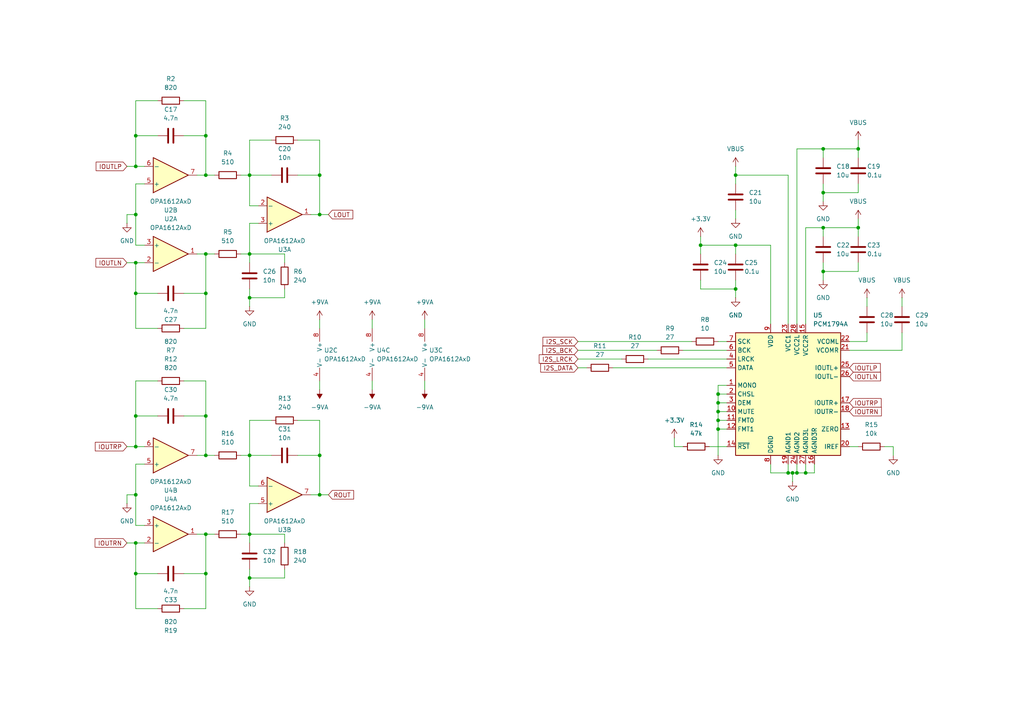
<source format=kicad_sch>
(kicad_sch (version 20250114) (generator "eeschema") (generator_version "9.0")
  (paper "A4")
  (lib_symbols
    (symbol "Amplifier_Operational:OPA1612AxD" (pin_names (offset 0.127))
      (property "Reference" "U" (at 0 5.08 0))
      (property "Value" "OPA1612AxD" (at 0 -5.08 0))
      (symbol "OPA1612AxD_1_1"
        (polyline (pts (xy -5.08 5.08) (xy 5.08 0) (xy -5.08 -5.08) (xy -5.08 5.08)) (stroke (width 0.254)) (fill (type background)))
        (pin input line (at -7.62 2.54 0) (length 2.54) (name "+") (number "3"))
        (pin input line (at -7.62 -2.54 0) (length 2.54) (name "-") (number "2"))
        (pin output line (at 7.62 0 180) (length 2.54) (name "~") (number "1"))
      )
      (symbol "OPA1612AxD_2_1"
        (polyline (pts (xy -5.08 5.08) (xy 5.08 0) (xy -5.08 -5.08) (xy -5.08 5.08)) (stroke (width 0.254)) (fill (type background)))
        (pin input line (at -7.62 2.54 0) (length 2.54) (name "+") (number "5"))
        (pin input line (at -7.62 -2.54 0) (length 2.54) (name "-") (number "6"))
        (pin output line (at 7.62 0 180) (length 2.54) (name "~") (number "7"))
      )
      (symbol "OPA1612AxD_3_1"
        (pin power_in line (at -2.54 7.62 270) (length 3.81) (name "V+") (number "8"))
        (pin power_in line (at -2.54 -7.62 90) (length 3.81) (name "V-") (number "4"))
      )
    )
    (symbol "Audio:PCM1794A"
      (property "Reference" "U" (at 11.43 21.59 0))
      (property "Value" "PCM1794A" (at 11.43 19.05 0))
      (symbol "PCM1794A_0_1"
        (rectangle (start -15.24 17.78) (end 15.24 -17.78) (stroke (width 0.254)) (fill (type background)))
      )
      (symbol "PCM1794A_1_1"
        (pin input line (at -17.78 15.24 0) (length 2.54) (name "SCK") (number "7"))
        (pin input line (at -17.78 12.7 0) (length 2.54) (name "BCK") (number "6"))
        (pin input line (at -17.78 10.16 0) (length 2.54) (name "LRCK") (number "4"))
        (pin input line (at -17.78 7.62 0) (length 2.54) (name "DATA") (number "5"))
        (pin input line (at -17.78 2.54 0) (length 2.54) (name "MONO") (number "1"))
        (pin input line (at -17.78 0 0) (length 2.54) (name "CHSL") (number "2"))
        (pin input line (at -17.78 -2.54 0) (length 2.54) (name "DEM") (number "3"))
        (pin input line (at -17.78 -5.08 0) (length 2.54) (name "MUTE") (number "10"))
        (pin input line (at -17.78 -7.62 0) (length 2.54) (name "FMT0") (number "11"))
        (pin input line (at -17.78 -10.16 0) (length 2.54) (name "FMT1") (number "12"))
        (pin input line (at -17.78 -15.24 0) (length 2.54) (name "~{RST}") (number "14"))
        (pin power_in line (at -5.08 20.32 270) (length 2.54) (name "VDD") (number "9"))
        (pin power_in line (at -5.08 -20.32 90) (length 2.54) (name "DGND") (number "8"))
        (pin power_in line (at 0 20.32 270) (length 2.54) (name "VCC1") (number "23"))
        (pin power_in line (at 0 -20.32 90) (length 2.54) (name "AGND1") (number "19"))
        (pin power_in line (at 2.54 20.32 270) (length 2.54) (name "VCC2L") (number "28"))
        (pin power_in line (at 2.54 -20.32 90) (length 2.54) (name "AGND2") (number "24"))
        (pin power_in line (at 5.08 20.32 270) (length 2.54) (name "VCC2R") (number "15"))
        (pin power_in line (at 5.08 -20.32 90) (length 2.54) (name "AGND3L") (number "27"))
        (pin power_in line (at 7.62 -20.32 90) (length 2.54) (name "AGND3R") (number "16"))
        (pin passive line (at 17.78 15.24 180) (length 2.54) (name "VCOML") (number "22"))
        (pin output line (at 17.78 12.7 180) (length 2.54) (name "VCOMR") (number "21"))
        (pin output line (at 17.78 7.62 180) (length 2.54) (name "IOUTL+") (number "25"))
        (pin output line (at 17.78 5.08 180) (length 2.54) (name "IOUTL-") (number "26"))
        (pin output line (at 17.78 -2.54 180) (length 2.54) (name "IOUTR+") (number "17"))
        (pin output line (at 17.78 -5.08 180) (length 2.54) (name "IOUTR-") (number "18"))
        (pin open_collector line (at 17.78 -10.16 180) (length 2.54) (name "ZERO") (number "13"))
        (pin passive line (at 17.78 -15.24 180) (length 2.54) (name "IREF") (number "20"))
      )
    )
    (symbol "Device:C" (pin_numbers (hide yes)) (pin_names (offset 0.254))
      (property "Reference" "C" (at 0.635 2.54 0))
      (property "Value" "C" (at 0.635 -2.54 0))
      (symbol "C_0_1"
        (polyline (pts (xy -2.032 0.762) (xy 2.032 0.762)) (stroke (width 0.508)))
        (polyline (pts (xy -2.032 -0.762) (xy 2.032 -0.762)) (stroke (width 0.508)))
      )
      (symbol "C_1_1"
        (pin passive line (at 0 3.81 270) (length 2.794) (name "~") (number "1"))
        (pin passive line (at 0 -3.81 90) (length 2.794) (name "~") (number "2"))
      )
    )
    (symbol "Device:R" (pin_numbers (hide yes)) (pin_names (offset 0))
      (property "Reference" "R" (at 2.032 0 90))
      (property "Value" "R" (at 0 0 90))
      (symbol "R_0_1"
        (rectangle (start -1.016 -2.54) (end 1.016 2.54) (stroke (width 0.254)))
      )
      (symbol "R_1_1"
        (pin passive line (at 0 3.81 270) (length 1.27) (name "~") (number "1"))
        (pin passive line (at 0 -3.81 90) (length 1.27) (name "~") (number "2"))
      )
    )
    (symbol "power:+3.3V" (power) (pin_numbers (hide yes)) (pin_names (offset 0) (hide yes))
      (property "Value" "+3.3V" (at 0 3.556 0))
      (symbol "+3.3V_0_1"
        (polyline (pts (xy -0.762 1.27) (xy 0 2.54)))
        (polyline (pts (xy 0 2.54) (xy 0.762 1.27)))
        (polyline (pts (xy 0 0) (xy 0 2.54)))
      )
      (symbol "+3.3V_1_1"
        (pin power_in line (at 0 0 90) (length 0) (name "~") (number "1"))
      )
    )
    (symbol "power:+9VA" (power) (pin_numbers (hide yes)) (pin_names (offset 0) (hide yes))
      (property "Value" "+9VA" (at 0 3.556 0))
      (symbol "+9VA_0_1"
        (polyline (pts (xy -0.762 1.27) (xy 0 2.54)))
        (polyline (pts (xy 0 2.54) (xy 0.762 1.27)))
        (polyline (pts (xy 0 0) (xy 0 2.54)))
      )
      (symbol "+9VA_1_1"
        (pin power_in line (at 0 0 90) (length 0) (name "~") (number "1"))
      )
    )
    (symbol "power:-9VA" (power) (pin_numbers (hide yes)) (pin_names (offset 0) (hide yes))
      (property "Value" "-9VA" (at 0 3.556 0))
      (symbol "-9VA_0_1"
        (polyline (pts (xy 0 0) (xy 0 2.54)))
        (polyline (pts (xy 0.762 1.27) (xy -0.762 1.27) (xy 0 2.54) (xy 0.762 1.27)) (fill (type outline)))
      )
      (symbol "-9VA_1_1"
        (pin power_in line (at 0 0 90) (length 0) (name "~") (number "1"))
      )
    )
    (symbol "power:GND" (power) (pin_numbers (hide yes)) (pin_names (offset 0) (hide yes))
      (property "Value" "GND" (at 0 -3.81 0))
      (symbol "GND_0_1"
        (polyline (pts (xy 0 0) (xy 0 -1.27) (xy 1.27 -1.27) (xy 0 -2.54) (xy -1.27 -1.27) (xy 0 -1.27)))
      )
      (symbol "GND_1_1"
        (pin power_in line (at 0 0 270) (length 0) (name "~") (number "1"))
      )
    )
    (symbol "power:VBUS" (power) (pin_numbers (hide yes)) (pin_names (offset 0) (hide yes))
      (property "Value" "VBUS" (at 0 3.556 0))
      (symbol "VBUS_0_1"
        (polyline (pts (xy -0.762 1.27) (xy 0 2.54)))
        (polyline (pts (xy 0 2.54) (xy 0.762 1.27)))
        (polyline (pts (xy 0 0) (xy 0 2.54)))
      )
      (symbol "VBUS_1_1"
        (pin power_in line (at 0 0 90) (length 0) (name "~") (number "1"))
      )
    )
  )
  (junction (at 39.37 166.37))
  (junction (at 231.14 137.16))
  (junction (at 208.28 121.92))
  (junction (at 72.39 50.8))
  (junction (at 59.69 154.94))
  (junction (at 39.37 76.2))
  (junction (at 238.76 78.74))
  (junction (at 248.92 66.04))
  (junction (at 213.36 50.8))
  (junction (at 203.2 71.12))
  (junction (at 59.69 73.66))
  (junction (at 238.76 66.04))
  (junction (at 213.36 83.82))
  (junction (at 233.68 137.16))
  (junction (at 39.37 143.51))
  (junction (at 39.37 157.48))
  (junction (at 208.28 124.46))
  (junction (at 39.37 62.23))
  (junction (at 92.71 143.51))
  (junction (at 208.28 119.38))
  (junction (at 229.87 137.16))
  (junction (at 59.69 132.08))
  (junction (at 238.76 43.18))
  (junction (at 72.39 154.94))
  (junction (at 72.39 167.64))
  (junction (at 59.69 85.09))
  (junction (at 72.39 73.66))
  (junction (at 208.28 114.3))
  (junction (at 72.39 132.08))
  (junction (at 59.69 120.65))
  (junction (at 248.92 43.18))
  (junction (at 39.37 85.09))
  (junction (at 228.6 137.16))
  (junction (at 208.28 116.84))
  (junction (at 39.37 39.37))
  (junction (at 92.71 50.8))
  (junction (at 59.69 50.8))
  (junction (at 39.37 129.54))
  (junction (at 238.76 55.88))
  (junction (at 39.37 48.26))
  (junction (at 59.69 166.37))
  (junction (at 92.71 62.23))
  (junction (at 213.36 71.12))
  (junction (at 92.71 132.08))
  (junction (at 72.39 86.36))
  (junction (at 59.69 39.37))
  (junction (at 39.37 120.65))
  (wire (pts (xy 82.55 154.94) (xy 72.39 154.94)))
  (wire (pts (xy 208.28 121.92) (xy 208.28 119.38)))
  (wire (pts (xy 203.2 71.12) (xy 213.36 71.12)))
  (wire (pts (xy 92.71 40.64) (xy 92.71 50.8)))
  (wire (pts (xy 39.37 176.53) (xy 39.37 166.37)))
  (wire (pts (xy 248.92 76.2) (xy 248.92 78.74)))
  (wire (pts (xy 208.28 111.76) (xy 208.28 114.3)))
  (wire (pts (xy 213.36 48.26) (xy 213.36 50.8)))
  (wire (pts (xy 45.72 120.65) (xy 39.37 120.65)))
  (wire (pts (xy 59.69 132.08) (xy 57.15 132.08)))
  (wire (pts (xy 57.15 154.94) (xy 59.69 154.94)))
  (wire (pts (xy 123.19 110.49) (xy 123.19 113.03)))
  (wire (pts (xy 231.14 93.98) (xy 231.14 43.18)))
  (wire (pts (xy 231.14 134.62) (xy 231.14 137.16)))
  (wire (pts (xy 167.64 99.06) (xy 200.66 99.06)))
  (wire (pts (xy 238.76 78.74) (xy 238.76 81.28)))
  (wire (pts (xy 72.39 83.82) (xy 72.39 86.36)))
  (wire (pts (xy 53.34 85.09) (xy 59.69 85.09)))
  (wire (pts (xy 72.39 86.36) (xy 82.55 86.36)))
  (wire (pts (xy 213.36 50.8) (xy 213.36 53.34)))
  (wire (pts (xy 208.28 114.3) (xy 210.82 114.3)))
  (wire (pts (xy 53.34 29.21) (xy 59.69 29.21)))
  (wire (pts (xy 72.39 50.8) (xy 72.39 59.69)))
  (wire (pts (xy 248.92 53.34) (xy 248.92 55.88)))
  (wire (pts (xy 82.55 73.66) (xy 72.39 73.66)))
  (wire (pts (xy 223.52 71.12) (xy 213.36 71.12)))
  (wire (pts (xy 92.71 132.08) (xy 92.71 143.51)))
  (wire (pts (xy 53.34 120.65) (xy 59.69 120.65)))
  (wire (pts (xy 69.85 50.8) (xy 72.39 50.8)))
  (wire (pts (xy 36.83 157.48) (xy 39.37 157.48)))
  (wire (pts (xy 72.39 121.92) (xy 72.39 132.08)))
  (wire (pts (xy 72.39 86.36) (xy 72.39 88.9)))
  (wire (pts (xy 259.08 129.54) (xy 259.08 132.08)))
  (wire (pts (xy 92.71 110.49) (xy 92.71 113.03)))
  (wire (pts (xy 248.92 63.5) (xy 248.92 66.04)))
  (wire (pts (xy 45.72 176.53) (xy 39.37 176.53)))
  (wire (pts (xy 231.14 137.16) (xy 229.87 137.16)))
  (wire (pts (xy 53.34 176.53) (xy 59.69 176.53)))
  (wire (pts (xy 248.92 66.04) (xy 238.76 66.04)))
  (wire (pts (xy 92.71 143.51) (xy 95.25 143.51)))
  (wire (pts (xy 72.39 165.1) (xy 72.39 167.64)))
  (wire (pts (xy 167.64 104.14) (xy 180.34 104.14)))
  (wire (pts (xy 208.28 119.38) (xy 210.82 119.38)))
  (wire (pts (xy 238.76 55.88) (xy 238.76 53.34)))
  (wire (pts (xy 86.36 121.92) (xy 92.71 121.92)))
  (wire (pts (xy 39.37 29.21) (xy 39.37 39.37)))
  (wire (pts (xy 72.39 146.05) (xy 72.39 154.94)))
  (wire (pts (xy 39.37 143.51) (xy 36.83 143.51)))
  (wire (pts (xy 203.2 73.66) (xy 203.2 71.12)))
  (wire (pts (xy 203.2 68.58) (xy 203.2 71.12)))
  (wire (pts (xy 39.37 152.4) (xy 41.91 152.4)))
  (wire (pts (xy 72.39 132.08) (xy 72.39 140.97)))
  (wire (pts (xy 39.37 166.37) (xy 39.37 157.48)))
  (wire (pts (xy 210.82 121.92) (xy 208.28 121.92)))
  (wire (pts (xy 233.68 134.62) (xy 233.68 137.16)))
  (wire (pts (xy 86.36 132.08) (xy 92.71 132.08)))
  (wire (pts (xy 233.68 93.98) (xy 233.68 66.04)))
  (wire (pts (xy 233.68 66.04) (xy 238.76 66.04)))
  (wire (pts (xy 92.71 121.92) (xy 92.71 132.08)))
  (wire (pts (xy 59.69 29.21) (xy 59.69 39.37)))
  (wire (pts (xy 39.37 62.23) (xy 39.37 71.12)))
  (wire (pts (xy 228.6 93.98) (xy 228.6 50.8)))
  (wire (pts (xy 238.76 45.72) (xy 238.76 43.18)))
  (wire (pts (xy 167.64 106.68) (xy 170.18 106.68)))
  (wire (pts (xy 203.2 83.82) (xy 203.2 81.28)))
  (wire (pts (xy 59.69 176.53) (xy 59.69 166.37)))
  (wire (pts (xy 59.69 154.94) (xy 62.23 154.94)))
  (wire (pts (xy 251.46 86.36) (xy 251.46 88.9)))
  (wire (pts (xy 39.37 157.48) (xy 41.91 157.48)))
  (wire (pts (xy 187.96 104.14) (xy 210.82 104.14)))
  (wire (pts (xy 92.71 62.23) (xy 90.17 62.23)))
  (wire (pts (xy 72.39 154.94) (xy 72.39 157.48)))
  (wire (pts (xy 59.69 120.65) (xy 59.69 132.08)))
  (wire (pts (xy 236.22 137.16) (xy 233.68 137.16)))
  (wire (pts (xy 229.87 137.16) (xy 229.87 139.7)))
  (wire (pts (xy 59.69 39.37) (xy 59.69 50.8)))
  (wire (pts (xy 213.36 83.82) (xy 213.36 86.36)))
  (wire (pts (xy 177.8 106.68) (xy 210.82 106.68)))
  (wire (pts (xy 213.36 60.96) (xy 213.36 63.5)))
  (wire (pts (xy 213.36 71.12) (xy 213.36 73.66)))
  (wire (pts (xy 39.37 76.2) (xy 41.91 76.2)))
  (wire (pts (xy 92.71 50.8) (xy 92.71 62.23)))
  (wire (pts (xy 53.34 110.49) (xy 59.69 110.49)))
  (wire (pts (xy 59.69 73.66) (xy 59.69 85.09)))
  (wire (pts (xy 39.37 85.09) (xy 39.37 76.2)))
  (wire (pts (xy 205.74 129.54) (xy 210.82 129.54)))
  (wire (pts (xy 78.74 40.64) (xy 72.39 40.64)))
  (wire (pts (xy 72.39 140.97) (xy 74.93 140.97)))
  (wire (pts (xy 213.36 81.28) (xy 213.36 83.82)))
  (wire (pts (xy 41.91 53.34) (xy 39.37 53.34)))
  (wire (pts (xy 208.28 116.84) (xy 208.28 114.3)))
  (wire (pts (xy 208.28 116.84) (xy 210.82 116.84)))
  (wire (pts (xy 45.72 95.25) (xy 39.37 95.25)))
  (wire (pts (xy 123.19 92.71) (xy 123.19 95.25)))
  (wire (pts (xy 238.76 78.74) (xy 238.76 76.2)))
  (wire (pts (xy 213.36 83.82) (xy 203.2 83.82)))
  (wire (pts (xy 59.69 50.8) (xy 57.15 50.8)))
  (wire (pts (xy 210.82 124.46) (xy 208.28 124.46)))
  (wire (pts (xy 39.37 120.65) (xy 39.37 129.54)))
  (wire (pts (xy 256.54 129.54) (xy 259.08 129.54)))
  (wire (pts (xy 231.14 43.18) (xy 238.76 43.18)))
  (wire (pts (xy 59.69 154.94) (xy 59.69 166.37)))
  (wire (pts (xy 92.71 143.51) (xy 90.17 143.51)))
  (wire (pts (xy 246.38 99.06) (xy 251.46 99.06)))
  (wire (pts (xy 195.58 127) (xy 195.58 129.54)))
  (wire (pts (xy 107.95 110.49) (xy 107.95 113.03)))
  (wire (pts (xy 248.92 43.18) (xy 238.76 43.18)))
  (wire (pts (xy 195.58 129.54) (xy 198.12 129.54)))
  (wire (pts (xy 39.37 48.26) (xy 41.91 48.26)))
  (wire (pts (xy 72.39 132.08) (xy 78.74 132.08)))
  (wire (pts (xy 39.37 95.25) (xy 39.37 85.09)))
  (wire (pts (xy 92.71 62.23) (xy 95.25 62.23)))
  (wire (pts (xy 69.85 132.08) (xy 72.39 132.08)))
  (wire (pts (xy 45.72 85.09) (xy 39.37 85.09)))
  (wire (pts (xy 74.93 64.77) (xy 72.39 64.77)))
  (wire (pts (xy 72.39 64.77) (xy 72.39 73.66)))
  (wire (pts (xy 59.69 73.66) (xy 62.23 73.66)))
  (wire (pts (xy 251.46 99.06) (xy 251.46 96.52)))
  (wire (pts (xy 208.28 124.46) (xy 208.28 132.08)))
  (wire (pts (xy 261.62 96.52) (xy 261.62 101.6)))
  (wire (pts (xy 39.37 134.62) (xy 39.37 143.51)))
  (wire (pts (xy 36.83 129.54) (xy 39.37 129.54)))
  (wire (pts (xy 198.12 101.6) (xy 210.82 101.6)))
  (wire (pts (xy 229.87 137.16) (xy 228.6 137.16)))
  (wire (pts (xy 236.22 134.62) (xy 236.22 137.16)))
  (wire (pts (xy 223.52 137.16) (xy 228.6 137.16)))
  (wire (pts (xy 248.92 78.74) (xy 238.76 78.74)))
  (wire (pts (xy 72.39 40.64) (xy 72.39 50.8)))
  (wire (pts (xy 86.36 40.64) (xy 92.71 40.64)))
  (wire (pts (xy 92.71 92.71) (xy 92.71 95.25)))
  (wire (pts (xy 248.92 55.88) (xy 238.76 55.88)))
  (wire (pts (xy 39.37 143.51) (xy 39.37 152.4)))
  (wire (pts (xy 45.72 166.37) (xy 39.37 166.37)))
  (wire (pts (xy 72.39 73.66) (xy 72.39 76.2)))
  (wire (pts (xy 223.52 93.98) (xy 223.52 71.12)))
  (wire (pts (xy 36.83 143.51) (xy 36.83 146.05)))
  (wire (pts (xy 238.76 68.58) (xy 238.76 66.04)))
  (wire (pts (xy 82.55 157.48) (xy 82.55 154.94)))
  (wire (pts (xy 59.69 50.8) (xy 62.23 50.8)))
  (wire (pts (xy 248.92 66.04) (xy 248.92 68.58)))
  (wire (pts (xy 45.72 39.37) (xy 39.37 39.37)))
  (wire (pts (xy 261.62 86.36) (xy 261.62 88.9)))
  (wire (pts (xy 36.83 62.23) (xy 36.83 64.77)))
  (wire (pts (xy 248.92 40.64) (xy 248.92 43.18)))
  (wire (pts (xy 39.37 110.49) (xy 39.37 120.65)))
  (wire (pts (xy 72.39 59.69) (xy 74.93 59.69)))
  (wire (pts (xy 223.52 134.62) (xy 223.52 137.16)))
  (wire (pts (xy 72.39 167.64) (xy 82.55 167.64)))
  (wire (pts (xy 82.55 86.36) (xy 82.55 83.82)))
  (wire (pts (xy 246.38 101.6) (xy 261.62 101.6)))
  (wire (pts (xy 39.37 62.23) (xy 36.83 62.23)))
  (wire (pts (xy 45.72 29.21) (xy 39.37 29.21)))
  (wire (pts (xy 74.93 146.05) (xy 72.39 146.05)))
  (wire (pts (xy 59.69 95.25) (xy 59.69 85.09)))
  (wire (pts (xy 228.6 50.8) (xy 213.36 50.8)))
  (wire (pts (xy 82.55 76.2) (xy 82.55 73.66)))
  (wire (pts (xy 238.76 55.88) (xy 238.76 58.42)))
  (wire (pts (xy 45.72 110.49) (xy 39.37 110.49)))
  (wire (pts (xy 248.92 43.18) (xy 248.92 45.72)))
  (wire (pts (xy 78.74 121.92) (xy 72.39 121.92)))
  (wire (pts (xy 53.34 39.37) (xy 59.69 39.37)))
  (wire (pts (xy 53.34 95.25) (xy 59.69 95.25)))
  (wire (pts (xy 210.82 111.76) (xy 208.28 111.76)))
  (wire (pts (xy 167.64 101.6) (xy 190.5 101.6)))
  (wire (pts (xy 59.69 110.49) (xy 59.69 120.65)))
  (wire (pts (xy 57.15 73.66) (xy 59.69 73.66)))
  (wire (pts (xy 39.37 129.54) (xy 41.91 129.54)))
  (wire (pts (xy 233.68 137.16) (xy 231.14 137.16)))
  (wire (pts (xy 41.91 134.62) (xy 39.37 134.62)))
  (wire (pts (xy 39.37 39.37) (xy 39.37 48.26)))
  (wire (pts (xy 228.6 137.16) (xy 228.6 134.62)))
  (wire (pts (xy 39.37 71.12) (xy 41.91 71.12)))
  (wire (pts (xy 82.55 167.64) (xy 82.55 165.1)))
  (wire (pts (xy 107.95 92.71) (xy 107.95 95.25)))
  (wire (pts (xy 59.69 132.08) (xy 62.23 132.08)))
  (wire (pts (xy 208.28 119.38) (xy 208.28 116.84)))
  (wire (pts (xy 72.39 50.8) (xy 78.74 50.8)))
  (wire (pts (xy 72.39 73.66) (xy 69.85 73.66)))
  (wire (pts (xy 72.39 167.64) (xy 72.39 170.18)))
  (wire (pts (xy 36.83 48.26) (xy 39.37 48.26)))
  (wire (pts (xy 208.28 99.06) (xy 210.82 99.06)))
  (wire (pts (xy 246.38 129.54) (xy 248.92 129.54)))
  (wire (pts (xy 36.83 76.2) (xy 39.37 76.2)))
  (wire (pts (xy 53.34 166.37) (xy 59.69 166.37)))
  (wire (pts (xy 86.36 50.8) (xy 92.71 50.8)))
  (wire (pts (xy 208.28 124.46) (xy 208.28 121.92)))
  (wire (pts (xy 72.39 154.94) (xy 69.85 154.94)))
  (wire (pts (xy 39.37 53.34) (xy 39.37 62.23)))
  (global_label "IOUTRN" (shape input) (at 246.38 119.38 0) (property "Intersheetrefs" "${INTERSHEET_REFS}" (effects (hide yes))))
  (global_label "ROUT" (shape input) (at 95.25 143.51 0) (property "Intersheetrefs" "${INTERSHEET_REFS}" (effects (hide yes))))
  (global_label "IOUTRP" (shape input) (at 36.83 129.54 180) (property "Intersheetrefs" "${INTERSHEET_REFS}" (effects (hide yes))))
  (global_label "IOUTRP" (shape input) (at 246.38 116.84 0) (property "Intersheetrefs" "${INTERSHEET_REFS}" (effects (hide yes))))
  (global_label "IOUTLP" (shape input) (at 246.38 106.68 0) (property "Intersheetrefs" "${INTERSHEET_REFS}" (effects (hide yes))))
  (global_label "I2S_LRCK" (shape input) (at 167.64 104.14 180) (property "Intersheetrefs" "${INTERSHEET_REFS}" (effects (hide yes))))
  (global_label "IOUTRN" (shape input) (at 36.83 157.48 180) (property "Intersheetrefs" "${INTERSHEET_REFS}" (effects (hide yes))))
  (global_label "I2S_DATA" (shape input) (at 167.64 106.68 180) (property "Intersheetrefs" "${INTERSHEET_REFS}" (effects (hide yes))))
  (global_label "LOUT" (shape input) (at 95.25 62.23 0) (property "Intersheetrefs" "${INTERSHEET_REFS}" (effects (hide yes))))
  (global_label "I2S_SCK" (shape input) (at 167.64 99.06 180) (property "Intersheetrefs" "${INTERSHEET_REFS}" (effects (hide yes))))
  (global_label "IOUTLN" (shape input) (at 246.38 109.22 0) (property "Intersheetrefs" "${INTERSHEET_REFS}" (effects (hide yes))))
  (global_label "IOUTLP" (shape input) (at 36.83 48.26 180) (property "Intersheetrefs" "${INTERSHEET_REFS}" (effects (hide yes))))
  (global_label "IOUTLN" (shape input) (at 36.83 76.2 180) (property "Intersheetrefs" "${INTERSHEET_REFS}" (effects (hide yes))))
  (global_label "I2S_BCK" (shape input) (at 167.64 101.6 180) (property "Intersheetrefs" "${INTERSHEET_REFS}" (effects (hide yes))))
  (symbol (lib_id "Device:R") (at 66.04 132.08 90) (unit 1)
    (property "Reference" "R16" (at 66.04 125.73 90))
    (property "Value" "510" (at 66.04 128.27 90))
    (property "Footprint" "Resistor_SMD:R_0402_1005Metric" (effects (hide yes)))
    (property "Description" "Resistor" (effects (hide yes)))
  )
  (symbol (lib_id "power:GND") (at 72.39 170.18 0) (unit 1)
    (property "Reference" "#PWR045" (effects (hide yes)))
    (property "Value" "GND" (at 72.39 175.26 0))
    (property "Description" "Power symbol creates a global label with name \"GND\" , ground" (effects (hide yes)))
  )
  (symbol (lib_id "Device:R") (at 194.31 101.6 90) (unit 1)
    (property "Reference" "R9" (at 194.31 95.25 90))
    (property "Value" "27" (at 194.31 97.79 90))
    (property "Footprint" "Resistor_SMD:R_0402_1005Metric" (effects (hide yes)))
    (property "Description" "Resistor" (effects (hide yes)))
  )
  (symbol (lib_id "Device:C") (at 213.36 57.15 0) (unit 1)
    (property "Reference" "C21" (at 217.17 55.8799 0) (effects (justify left)))
    (property "Value" "10u" (at 217.17 58.4199 0) (effects (justify left)))
    (property "Footprint" "Capacitor_SMD:C_0402_1005Metric" (effects (hide yes)))
    (property "Description" "Unpolarized capacitor" (effects (hide yes)))
  )
  (symbol (lib_id "Device:R") (at 173.99 106.68 90) (unit 1)
    (property "Reference" "R11" (at 173.99 100.33 90))
    (property "Value" "27" (at 173.99 102.87 90))
    (property "Footprint" "Resistor_SMD:R_0402_1005Metric" (effects (hide yes)))
    (property "Description" "Resistor" (effects (hide yes)))
  )
  (symbol (lib_id "Device:C") (at 49.53 85.09 90) (mirror x) (unit 1)
    (property "Reference" "C27" (at 49.53 92.71 90))
    (property "Value" "4.7n" (at 49.53 90.17 90))
    (property "Footprint" "Capacitor_SMD:C_0402_1005Metric" (effects (hide yes)))
    (property "Description" "Unpolarized capacitor" (effects (hide yes)))
  )
  (symbol (lib_id "power:+3.3V") (at 203.2 68.58 0) (unit 1)
    (property "Reference" "#PWR028" (effects (hide yes)))
    (property "Value" "+3.3V" (at 203.2 63.5 0))
    (property "Description" "Power symbol creates a global label with name \"+3.3V\"" (effects (hide yes)))
  )
  (symbol (lib_id "Amplifier_Operational:OPA1612AxD") (at 110.49 102.87 0) (unit 3)
    (property "Reference" "U4" (at 109.22 101.5999 0) (effects (justify left)))
    (property "Value" "OPA1612AxD" (at 109.22 104.1399 0) (effects (justify left)))
    (property "Footprint" "Package_SON:WSON-8-1EP_3x3mm_P0.5mm_EP1.2x2mm_ThermalVias" (effects (hide yes)))
    (property "Datasheet" "http://www.ti.com/lit/ds/symlink/opa1612.pdf" (effects (hide yes)))
    (property "Description" "Dual SoundPlus High Performance, Bipolar-Input Audio Operational Amplifiers, SOIC-8" (effects (hide yes)))
  )
  (symbol (lib_id "Device:R") (at 82.55 121.92 90) (unit 1)
    (property "Reference" "R13" (at 82.55 115.57 90))
    (property "Value" "240" (at 82.55 118.11 90))
    (property "Footprint" "Resistor_SMD:R_0402_1005Metric" (effects (hide yes)))
    (property "Description" "Resistor" (effects (hide yes)))
  )
  (symbol (lib_id "Device:R") (at 66.04 154.94 90) (unit 1)
    (property "Reference" "R17" (at 66.04 148.59 90))
    (property "Value" "510" (at 66.04 151.13 90))
    (property "Footprint" "Resistor_SMD:R_0402_1005Metric" (effects (hide yes)))
    (property "Description" "Resistor" (effects (hide yes)))
  )
  (symbol (lib_id "Amplifier_Operational:OPA1612AxD") (at 82.55 143.51 0) (mirror x) (unit 2)
    (property "Reference" "U3" (at 82.55 153.67 0))
    (property "Value" "OPA1612AxD" (at 82.55 151.13 0))
    (property "Footprint" "Package_SO:SOIC-8_3.9x4.9mm_P1.27mm" (effects (hide yes)))
    (property "Datasheet" "http://www.ti.com/lit/ds/symlink/opa1612.pdf" (effects (hide yes)))
    (property "Description" "Dual SoundPlus High Performance, Bipolar-Input Audio Operational Amplifiers, SOIC-8" (effects (hide yes)))
  )
  (symbol (lib_id "Amplifier_Operational:OPA1612AxD") (at 82.55 62.23 0) (mirror x) (unit 1)
    (property "Reference" "U3" (at 82.55 72.39 0))
    (property "Value" "OPA1612AxD" (at 82.55 69.85 0))
    (property "Footprint" "Package_SO:SOIC-8_3.9x4.9mm_P1.27mm" (effects (hide yes)))
    (property "Datasheet" "http://www.ti.com/lit/ds/symlink/opa1612.pdf" (effects (hide yes)))
    (property "Description" "Dual SoundPlus High Performance, Bipolar-Input Audio Operational Amplifiers, SOIC-8" (effects (hide yes)))
  )
  (symbol (lib_id "Device:R") (at 49.53 29.21 90) (unit 1)
    (property "Reference" "R2" (at 49.53 22.86 90))
    (property "Value" "820" (at 49.53 25.4 90))
    (property "Footprint" "Resistor_SMD:R_0402_1005Metric" (effects (hide yes)))
    (property "Description" "Resistor" (effects (hide yes)))
  )
  (symbol (lib_id "Amplifier_Operational:OPA1612AxD") (at 49.53 132.08 0) (mirror x) (unit 2)
    (property "Reference" "U4" (at 49.53 142.24 0))
    (property "Value" "OPA1612AxD" (at 49.53 139.7 0))
    (property "Footprint" "Package_SON:WSON-8-1EP_3x3mm_P0.5mm_EP1.2x2mm_ThermalVias" (effects (hide yes)))
    (property "Datasheet" "http://www.ti.com/lit/ds/symlink/opa1612.pdf" (effects (hide yes)))
    (property "Description" "Dual SoundPlus High Performance, Bipolar-Input Audio Operational Amplifiers, SOIC-8" (effects (hide yes)))
  )
  (symbol (lib_id "Device:C") (at 72.39 80.01 0) (unit 1)
    (property "Reference" "C26" (at 76.2 78.7399 0) (effects (justify left)))
    (property "Value" "10n" (at 76.2 81.2799 0) (effects (justify left)))
    (property "Footprint" "Capacitor_SMD:C_0402_1005Metric" (effects (hide yes)))
    (property "Description" "Unpolarized capacitor" (effects (hide yes)))
  )
  (symbol (lib_id "power:GND") (at 229.87 139.7 0) (unit 1)
    (property "Reference" "#PWR043" (effects (hide yes)))
    (property "Value" "GND" (at 229.87 144.78 0))
    (property "Description" "Power symbol creates a global label with name \"GND\" , ground" (effects (hide yes)))
  )
  (symbol (lib_id "Device:R") (at 49.53 110.49 90) (unit 1)
    (property "Reference" "R12" (at 49.53 104.14 90))
    (property "Value" "820" (at 49.53 106.68 90))
    (property "Footprint" "Resistor_SMD:R_0402_1005Metric" (effects (hide yes)))
    (property "Description" "Resistor" (effects (hide yes)))
  )
  (symbol (lib_id "Device:R") (at 82.55 80.01 0) (unit 1)
    (property "Reference" "R6" (at 85.09 78.7399 0) (effects (justify left)))
    (property "Value" "240" (at 85.09 81.2799 0) (effects (justify left)))
    (property "Footprint" "Resistor_SMD:R_0402_1005Metric" (effects (hide yes)))
    (property "Description" "Resistor" (effects (hide yes)))
  )
  (symbol (lib_id "Device:C") (at 82.55 132.08 90) (unit 1)
    (property "Reference" "C31" (at 82.55 124.46 90))
    (property "Value" "10n" (at 82.55 127 90))
    (property "Footprint" "Capacitor_SMD:C_0402_1005Metric" (effects (hide yes)))
    (property "Description" "Unpolarized capacitor" (effects (hide yes)))
  )
  (symbol (lib_id "power:GND") (at 36.83 64.77 0) (unit 1)
    (property "Reference" "#PWR027" (effects (hide yes)))
    (property "Value" "GND" (at 36.83 69.85 0))
    (property "Description" "Power symbol creates a global label with name \"GND\" , ground" (effects (hide yes)))
  )
  (symbol (lib_id "Device:R") (at 184.15 104.14 90) (unit 1)
    (property "Reference" "R10" (at 184.15 97.79 90))
    (property "Value" "27" (at 184.15 100.33 90))
    (property "Footprint" "Resistor_SMD:R_0402_1005Metric" (effects (hide yes)))
    (property "Description" "Resistor" (effects (hide yes)))
  )
  (symbol (lib_id "Device:R") (at 66.04 50.8 90) (unit 1)
    (property "Reference" "R4" (at 66.04 44.45 90))
    (property "Value" "510" (at 66.04 46.99 90))
    (property "Footprint" "Resistor_SMD:R_0402_1005Metric" (effects (hide yes)))
    (property "Description" "Resistor" (effects (hide yes)))
  )
  (symbol (lib_id "Device:R") (at 49.53 95.25 90) (mirror x) (unit 1)
    (property "Reference" "R7" (at 49.53 101.6 90))
    (property "Value" "820" (at 49.53 99.06 90))
    (property "Footprint" "Resistor_SMD:R_0402_1005Metric" (effects (hide yes)))
    (property "Description" "Resistor" (effects (hide yes)))
  )
  (symbol (lib_id "power:GND") (at 238.76 81.28 0) (unit 1)
    (property "Reference" "#PWR029" (effects (hide yes)))
    (property "Value" "GND" (at 238.76 86.36 0))
    (property "Description" "Power symbol creates a global label with name \"GND\" , ground" (effects (hide yes)))
  )
  (symbol (lib_id "power:GND") (at 259.08 132.08 0) (unit 1)
    (property "Reference" "#PWR042" (effects (hide yes)))
    (property "Value" "GND" (at 259.08 137.16 0))
    (property "Description" "Power symbol creates a global label with name \"GND\" , ground" (effects (hide yes)))
  )
  (symbol (lib_id "power:VBUS") (at 248.92 40.64 0) (unit 1)
    (property "Reference" "#PWR022" (effects (hide yes)))
    (property "Value" "VBUS" (at 248.92 35.56 0))
    (property "Description" "Power symbol creates a global label with name \"VBUS\"" (effects (hide yes)))
  )
  (symbol (lib_id "Device:C") (at 82.55 50.8 90) (unit 1)
    (property "Reference" "C20" (at 82.55 43.18 90))
    (property "Value" "10n" (at 82.55 45.72 90))
    (property "Footprint" "Capacitor_SMD:C_0402_1005Metric" (effects (hide yes)))
    (property "Description" "Unpolarized capacitor" (effects (hide yes)))
  )
  (symbol (lib_id "Amplifier_Operational:OPA1612AxD") (at 49.53 73.66 0) (unit 1)
    (property "Reference" "U2" (at 49.53 63.5 0))
    (property "Value" "OPA1612AxD" (at 49.53 66.04 0))
    (property "Footprint" "Package_SON:WSON-8-1EP_3x3mm_P0.5mm_EP1.2x2mm_ThermalVias" (effects (hide yes)))
    (property "Datasheet" "http://www.ti.com/lit/ds/symlink/opa1612.pdf" (effects (hide yes)))
    (property "Description" "Dual SoundPlus High Performance, Bipolar-Input Audio Operational Amplifiers, SOIC-8" (effects (hide yes)))
  )
  (symbol (lib_id "power:-9VA") (at 107.95 113.03 180) (unit 1)
    (property "Reference" "#PWR038" (effects (hide yes)))
    (property "Value" "-9VA" (at 107.95 118.11 0))
    (property "Description" "Power symbol creates a global label with name \"-9VA\"" (effects (hide yes)))
  )
  (symbol (lib_id "power:GND") (at 213.36 86.36 0) (unit 1)
    (property "Reference" "#PWR030" (effects (hide yes)))
    (property "Value" "GND" (at 213.36 91.44 0))
    (property "Description" "Power symbol creates a global label with name \"GND\" , ground" (effects (hide yes)))
  )
  (symbol (lib_id "Device:R") (at 201.93 129.54 90) (unit 1)
    (property "Reference" "R14" (at 201.93 123.19 90))
    (property "Value" "47k" (at 201.93 125.73 90))
    (property "Footprint" "Resistor_SMD:R_0402_1005Metric" (effects (hide yes)))
    (property "Description" "Resistor" (effects (hide yes)))
  )
  (symbol (lib_id "Device:R") (at 82.55 40.64 90) (unit 1)
    (property "Reference" "R3" (at 82.55 34.29 90))
    (property "Value" "240" (at 82.55 36.83 90))
    (property "Footprint" "Resistor_SMD:R_0402_1005Metric" (effects (hide yes)))
    (property "Description" "Resistor" (effects (hide yes)))
  )
  (symbol (lib_id "Device:C") (at 49.53 120.65 90) (unit 1)
    (property "Reference" "C30" (at 49.53 113.03 90))
    (property "Value" "4.7n" (at 49.53 115.57 90))
    (property "Footprint" "Capacitor_SMD:C_0402_1005Metric" (effects (hide yes)))
    (property "Description" "Unpolarized capacitor" (effects (hide yes)))
  )
  (symbol (lib_id "Device:C") (at 49.53 39.37 90) (unit 1)
    (property "Reference" "C17" (at 49.53 31.75 90))
    (property "Value" "4.7n" (at 49.53 34.29 90))
    (property "Footprint" "Capacitor_SMD:C_0402_1005Metric" (effects (hide yes)))
    (property "Description" "Unpolarized capacitor" (effects (hide yes)))
  )
  (symbol (lib_id "power:GND") (at 72.39 88.9 0) (unit 1)
    (property "Reference" "#PWR033" (effects (hide yes)))
    (property "Value" "GND" (at 72.39 93.98 0))
    (property "Description" "Power symbol creates a global label with name \"GND\" , ground" (effects (hide yes)))
  )
  (symbol (lib_id "Device:C") (at 238.76 49.53 0) (unit 1)
    (property "Reference" "C18" (at 242.57 48.2599 0) (effects (justify left)))
    (property "Value" "10u" (at 242.57 50.7999 0) (effects (justify left)))
    (property "Footprint" "Capacitor_SMD:C_0402_1005Metric" (effects (hide yes)))
    (property "Description" "Unpolarized capacitor" (effects (hide yes)))
  )
  (symbol (lib_id "Device:C") (at 248.92 49.53 0) (unit 1)
    (property "Reference" "C19" (at 251.46 48.26 0) (effects (justify left)))
    (property "Value" "0.1u" (at 251.46 50.8 0) (effects (justify left)))
    (property "Footprint" "Capacitor_SMD:C_0402_1005Metric" (effects (hide yes)))
    (property "Description" "Unpolarized capacitor" (effects (hide yes)))
  )
  (symbol (lib_id "Device:R") (at 49.53 176.53 90) (mirror x) (unit 1)
    (property "Reference" "R19" (at 49.53 182.88 90))
    (property "Value" "820" (at 49.53 180.34 90))
    (property "Footprint" "Resistor_SMD:R_0402_1005Metric" (effects (hide yes)))
    (property "Description" "Resistor" (effects (hide yes)))
  )
  (symbol (lib_id "power:+9VA") (at 107.95 92.71 0) (unit 1)
    (property "Reference" "#PWR035" (effects (hide yes)))
    (property "Value" "+9VA" (at 107.95 87.63 0))
    (property "Description" "Power symbol creates a global label with name \"+9VA\"" (effects (hide yes)))
  )
  (symbol (lib_id "Device:R") (at 82.55 161.29 0) (unit 1)
    (property "Reference" "R18" (at 85.09 160.0199 0) (effects (justify left)))
    (property "Value" "240" (at 85.09 162.5599 0) (effects (justify left)))
    (property "Footprint" "Resistor_SMD:R_0402_1005Metric" (effects (hide yes)))
    (property "Description" "Resistor" (effects (hide yes)))
  )
  (symbol (lib_id "power:VBUS") (at 251.46 86.36 0) (unit 1)
    (property "Reference" "#PWR031" (effects (hide yes)))
    (property "Value" "VBUS" (at 251.46 81.28 0))
    (property "Description" "Power symbol creates a global label with name \"VBUS\"" (effects (hide yes)))
  )
  (symbol (lib_id "power:GND") (at 208.28 132.08 0) (unit 1)
    (property "Reference" "#PWR041" (effects (hide yes)))
    (property "Value" "GND" (at 208.28 137.16 0))
    (property "Description" "Power symbol creates a global label with name \"GND\" , ground" (effects (hide yes)))
  )
  (symbol (lib_id "Device:R") (at 204.47 99.06 90) (unit 1)
    (property "Reference" "R8" (at 204.47 92.71 90))
    (property "Value" "10" (at 204.47 95.25 90))
    (property "Footprint" "Resistor_SMD:R_0402_1005Metric" (effects (hide yes)))
    (property "Description" "Resistor" (effects (hide yes)))
  )
  (symbol (lib_id "power:VBUS") (at 261.62 86.36 0) (unit 1)
    (property "Reference" "#PWR032" (effects (hide yes)))
    (property "Value" "VBUS" (at 261.62 81.28 0))
    (property "Description" "Power symbol creates a global label with name \"VBUS\"" (effects (hide yes)))
  )
  (symbol (lib_id "Device:C") (at 238.76 72.39 0) (unit 1)
    (property "Reference" "C22" (at 242.57 71.1199 0) (effects (justify left)))
    (property "Value" "10u" (at 242.57 73.6599 0) (effects (justify left)))
    (property "Footprint" "Capacitor_SMD:C_0402_1005Metric" (effects (hide yes)))
    (property "Description" "Unpolarized capacitor" (effects (hide yes)))
  )
  (symbol (lib_id "power:+9VA") (at 92.71 92.71 0) (unit 1)
    (property "Reference" "#PWR034" (effects (hide yes)))
    (property "Value" "+9VA" (at 92.71 87.63 0))
    (property "Description" "Power symbol creates a global label with name \"+9VA\"" (effects (hide yes)))
  )
  (symbol (lib_id "Device:C") (at 251.46 92.71 0) (unit 1)
    (property "Reference" "C28" (at 255.27 91.4399 0) (effects (justify left)))
    (property "Value" "10u" (at 255.27 93.9799 0) (effects (justify left)))
    (property "Footprint" "Capacitor_SMD:C_0402_1005Metric" (effects (hide yes)))
    (property "Description" "Unpolarized capacitor" (effects (hide yes)))
  )
  (symbol (lib_id "power:-9VA") (at 123.19 113.03 180) (unit 1)
    (property "Reference" "#PWR039" (effects (hide yes)))
    (property "Value" "-9VA" (at 123.19 118.11 0))
    (property "Description" "Power symbol creates a global label with name \"-9VA\"" (effects (hide yes)))
  )
  (symbol (lib_id "Device:R") (at 252.73 129.54 90) (unit 1)
    (property "Reference" "R15" (at 252.73 123.19 90))
    (property "Value" "10k" (at 252.73 125.73 90))
    (property "Footprint" "Resistor_SMD:R_0402_1005Metric" (effects (hide yes)))
    (property "Description" "Resistor" (effects (hide yes)))
  )
  (symbol (lib_id "Device:C") (at 213.36 77.47 0) (unit 1)
    (property "Reference" "C25" (at 215.9 76.2 0) (effects (justify left)))
    (property "Value" "0.1u" (at 215.9 78.74 0) (effects (justify left)))
    (property "Footprint" "Capacitor_SMD:C_0402_1005Metric" (effects (hide yes)))
    (property "Description" "Unpolarized capacitor" (effects (hide yes)))
  )
  (symbol (lib_id "power:GND") (at 36.83 146.05 0) (unit 1)
    (property "Reference" "#PWR044" (effects (hide yes)))
    (property "Value" "GND" (at 36.83 151.13 0))
    (property "Description" "Power symbol creates a global label with name \"GND\" , ground" (effects (hide yes)))
  )
  (symbol (lib_id "power:GND") (at 238.76 58.42 0) (unit 1)
    (property "Reference" "#PWR024" (effects (hide yes)))
    (property "Value" "GND" (at 238.76 63.5 0))
    (property "Description" "Power symbol creates a global label with name \"GND\" , ground" (effects (hide yes)))
  )
  (symbol (lib_id "power:+3.3V") (at 195.58 127 0) (unit 1)
    (property "Reference" "#PWR040" (effects (hide yes)))
    (property "Value" "+3.3V" (at 195.58 121.92 0))
    (property "Description" "Power symbol creates a global label with name \"+3.3V\"" (effects (hide yes)))
  )
  (symbol (lib_id "power:+9VA") (at 123.19 92.71 0) (unit 1)
    (property "Reference" "#PWR036" (effects (hide yes)))
    (property "Value" "+9VA" (at 123.19 87.63 0))
    (property "Description" "Power symbol creates a global label with name \"+9VA\"" (effects (hide yes)))
  )
  (symbol (lib_id "power:VBUS") (at 213.36 48.26 0) (unit 1)
    (property "Reference" "#PWR023" (effects (hide yes)))
    (property "Value" "VBUS" (at 213.36 43.18 0))
    (property "Description" "Power symbol creates a global label with name \"VBUS\"" (effects (hide yes)))
  )
  (symbol (lib_id "Device:C") (at 261.62 92.71 0) (unit 1)
    (property "Reference" "C29" (at 265.43 91.4399 0) (effects (justify left)))
    (property "Value" "10u" (at 265.43 93.9799 0) (effects (justify left)))
    (property "Footprint" "Capacitor_SMD:C_0402_1005Metric" (effects (hide yes)))
    (property "Description" "Unpolarized capacitor" (effects (hide yes)))
  )
  (symbol (lib_id "Device:R") (at 66.04 73.66 90) (unit 1)
    (property "Reference" "R5" (at 66.04 67.31 90))
    (property "Value" "510" (at 66.04 69.85 90))
    (property "Footprint" "Resistor_SMD:R_0402_1005Metric" (effects (hide yes)))
    (property "Description" "Resistor" (effects (hide yes)))
  )
  (symbol (lib_id "Device:C") (at 72.39 161.29 0) (unit 1)
    (property "Reference" "C32" (at 76.2 160.0199 0) (effects (justify left)))
    (property "Value" "10n" (at 76.2 162.5599 0) (effects (justify left)))
    (property "Footprint" "Capacitor_SMD:C_0402_1005Metric" (effects (hide yes)))
    (property "Description" "Unpolarized capacitor" (effects (hide yes)))
  )
  (symbol (lib_id "power:GND") (at 213.36 63.5 0) (unit 1)
    (property "Reference" "#PWR025" (effects (hide yes)))
    (property "Value" "GND" (at 213.36 68.58 0))
    (property "Description" "Power symbol creates a global label with name \"GND\" , ground" (effects (hide yes)))
  )
  (symbol (lib_id "power:-9VA") (at 92.71 113.03 180) (unit 1)
    (property "Reference" "#PWR037" (effects (hide yes)))
    (property "Value" "-9VA" (at 92.71 118.11 0))
    (property "Description" "Power symbol creates a global label with name \"-9VA\"" (effects (hide yes)))
  )
  (symbol (lib_id "Device:C") (at 248.92 72.39 0) (unit 1)
    (property "Reference" "C23" (at 251.46 71.12 0) (effects (justify left)))
    (property "Value" "0.1u" (at 251.46 73.66 0) (effects (justify left)))
    (property "Footprint" "Capacitor_SMD:C_0402_1005Metric" (effects (hide yes)))
    (property "Description" "Unpolarized capacitor" (effects (hide yes)))
  )
  (symbol (lib_id "Amplifier_Operational:OPA1612AxD") (at 95.25 102.87 0) (unit 3)
    (property "Reference" "U2" (at 93.98 101.5999 0) (effects (justify left)))
    (property "Value" "OPA1612AxD" (at 93.98 104.1399 0) (effects (justify left)))
    (property "Footprint" "Package_SON:WSON-8-1EP_3x3mm_P0.5mm_EP1.2x2mm_ThermalVias" (effects (hide yes)))
    (property "Datasheet" "http://www.ti.com/lit/ds/symlink/opa1612.pdf" (effects (hide yes)))
    (property "Description" "Dual SoundPlus High Performance, Bipolar-Input Audio Operational Amplifiers, SOIC-8" (effects (hide yes)))
  )
  (symbol (lib_id "Audio:PCM1794A") (at 228.6 114.3 0) (unit 1)
    (property "Reference" "U5" (at 235.8233 91.44 0) (effects (justify left)))
    (property "Value" "PCM1794A" (at 235.8233 93.98 0) (effects (justify left)))
    (property "Footprint" "Package_SO:SSOP-28_5.3x10.2mm_P0.65mm" (effects (hide yes)))
    (property "Datasheet" "http://www.ti.com/lit/ds/symlink/pcm1794a.pdf" (effects (hide yes)))
    (property "Description" "24-Bit, 192-kHz Sampling, Advanced Segment, Audio Stereo Digital-to-Analog Converter, HW Control, SSOP-28" (effects (hide yes)))
  )
  (symbol (lib_id "power:VBUS") (at 248.92 63.5 0) (unit 1)
    (property "Reference" "#PWR026" (effects (hide yes)))
    (property "Value" "VBUS" (at 248.92 58.42 0))
    (property "Description" "Power symbol creates a global label with name \"VBUS\"" (effects (hide yes)))
  )
  (symbol (lib_id "Device:C") (at 49.53 166.37 90) (mirror x) (unit 1)
    (property "Reference" "C33" (at 49.53 173.99 90))
    (property "Value" "4.7n" (at 49.53 171.45 90))
    (property "Footprint" "Capacitor_SMD:C_0402_1005Metric" (effects (hide yes)))
    (property "Description" "Unpolarized capacitor" (effects (hide yes)))
  )
  (symbol (lib_id "Amplifier_Operational:OPA1612AxD") (at 49.53 154.94 0) (unit 1)
    (property "Reference" "U4" (at 49.53 144.78 0))
    (property "Value" "OPA1612AxD" (at 49.53 147.32 0))
    (property "Footprint" "Package_SON:WSON-8-1EP_3x3mm_P0.5mm_EP1.2x2mm_ThermalVias" (effects (hide yes)))
    (property "Datasheet" "http://www.ti.com/lit/ds/symlink/opa1612.pdf" (effects (hide yes)))
    (property "Description" "Dual SoundPlus High Performance, Bipolar-Input Audio Operational Amplifiers, SOIC-8" (effects (hide yes)))
  )
  (symbol (lib_id "Device:C") (at 203.2 77.47 0) (unit 1)
    (property "Reference" "C24" (at 207.01 76.1999 0) (effects (justify left)))
    (property "Value" "10u" (at 207.01 78.7399 0) (effects (justify left)))
    (property "Footprint" "Capacitor_SMD:C_0402_1005Metric" (effects (hide yes)))
    (property "Description" "Unpolarized capacitor" (effects (hide yes)))
  )
  (symbol (lib_id "Amplifier_Operational:OPA1612AxD") (at 125.73 102.87 0) (unit 3)
    (property "Reference" "U3" (at 124.46 101.5999 0) (effects (justify left)))
    (property "Value" "OPA1612AxD" (at 124.46 104.1399 0) (effects (justify left)))
    (property "Footprint" "Package_SO:SOIC-8_3.9x4.9mm_P1.27mm" (effects (hide yes)))
    (property "Datasheet" "http://www.ti.com/lit/ds/symlink/opa1612.pdf" (effects (hide yes)))
    (property "Description" "Dual SoundPlus High Performance, Bipolar-Input Audio Operational Amplifiers, SOIC-8" (effects (hide yes)))
  )
  (symbol (lib_id "Amplifier_Operational:OPA1612AxD") (at 49.53 50.8 0) (mirror x) (unit 2)
    (property "Reference" "U2" (at 49.53 60.96 0))
    (property "Value" "OPA1612AxD" (at 49.53 58.42 0))
    (property "Footprint" "Package_SON:WSON-8-1EP_3x3mm_P0.5mm_EP1.2x2mm_ThermalVias" (effects (hide yes)))
    (property "Datasheet" "http://www.ti.com/lit/ds/symlink/opa1612.pdf" (effects (hide yes)))
    (property "Description" "Dual SoundPlus High Performance, Bipolar-Input Audio Operational Amplifiers, SOIC-8" (effects (hide yes)))
  )
)
</source>
